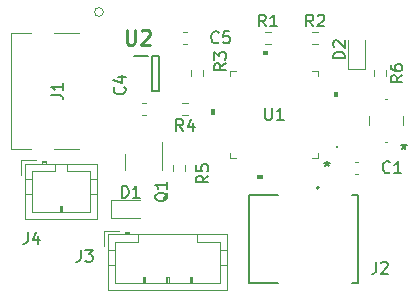
<source format=gbr>
%TF.GenerationSoftware,KiCad,Pcbnew,(6.0.7)*%
%TF.CreationDate,2022-09-26T20:50:42-04:00*%
%TF.ProjectId,STM32G4_USB_PD,53544d33-3247-4345-9f55-53425f50442e,rev?*%
%TF.SameCoordinates,Original*%
%TF.FileFunction,Legend,Top*%
%TF.FilePolarity,Positive*%
%FSLAX46Y46*%
G04 Gerber Fmt 4.6, Leading zero omitted, Abs format (unit mm)*
G04 Created by KiCad (PCBNEW (6.0.7)) date 2022-09-26 20:50:42*
%MOMM*%
%LPD*%
G01*
G04 APERTURE LIST*
%ADD10C,0.150000*%
%ADD11C,0.254000*%
%ADD12C,0.127000*%
%ADD13C,0.200000*%
%ADD14C,0.120000*%
%ADD15C,0.100000*%
G04 APERTURE END LIST*
D10*
%TO.C,J2*%
X117166666Y-88452380D02*
X117166666Y-89166666D01*
X117119047Y-89309523D01*
X117023809Y-89404761D01*
X116880952Y-89452380D01*
X116785714Y-89452380D01*
X117595238Y-88547619D02*
X117642857Y-88500000D01*
X117738095Y-88452380D01*
X117976190Y-88452380D01*
X118071428Y-88500000D01*
X118119047Y-88547619D01*
X118166666Y-88642857D01*
X118166666Y-88738095D01*
X118119047Y-88880952D01*
X117547619Y-89452380D01*
X118166666Y-89452380D01*
%TO.C,R3*%
X104452380Y-71666666D02*
X103976190Y-72000000D01*
X104452380Y-72238095D02*
X103452380Y-72238095D01*
X103452380Y-71857142D01*
X103500000Y-71761904D01*
X103547619Y-71714285D01*
X103642857Y-71666666D01*
X103785714Y-71666666D01*
X103880952Y-71714285D01*
X103928571Y-71761904D01*
X103976190Y-71857142D01*
X103976190Y-72238095D01*
X103452380Y-71333333D02*
X103452380Y-70714285D01*
X103833333Y-71047619D01*
X103833333Y-70904761D01*
X103880952Y-70809523D01*
X103928571Y-70761904D01*
X104023809Y-70714285D01*
X104261904Y-70714285D01*
X104357142Y-70761904D01*
X104404761Y-70809523D01*
X104452380Y-70904761D01*
X104452380Y-71190476D01*
X104404761Y-71285714D01*
X104357142Y-71333333D01*
%TO.C,R1*%
X107833333Y-68522380D02*
X107500000Y-68046190D01*
X107261904Y-68522380D02*
X107261904Y-67522380D01*
X107642857Y-67522380D01*
X107738095Y-67570000D01*
X107785714Y-67617619D01*
X107833333Y-67712857D01*
X107833333Y-67855714D01*
X107785714Y-67950952D01*
X107738095Y-67998571D01*
X107642857Y-68046190D01*
X107261904Y-68046190D01*
X108785714Y-68522380D02*
X108214285Y-68522380D01*
X108500000Y-68522380D02*
X108500000Y-67522380D01*
X108404761Y-67665238D01*
X108309523Y-67760476D01*
X108214285Y-67808095D01*
%TO.C,XTAL1*%
X119500000Y-78452380D02*
X119500000Y-78690476D01*
X119261904Y-78595238D02*
X119500000Y-78690476D01*
X119738095Y-78595238D01*
X119357142Y-78880952D02*
X119500000Y-78690476D01*
X119642857Y-78880952D01*
%TO.C,J1*%
X89661780Y-74333333D02*
X90376066Y-74333333D01*
X90518923Y-74380952D01*
X90614161Y-74476190D01*
X90661780Y-74619047D01*
X90661780Y-74714285D01*
X90661780Y-73333333D02*
X90661780Y-73904761D01*
X90661780Y-73619047D02*
X89661780Y-73619047D01*
X89804638Y-73714285D01*
X89899876Y-73809523D01*
X89947495Y-73904761D01*
%TO.C,D1*%
X95636904Y-83022380D02*
X95636904Y-82022380D01*
X95875000Y-82022380D01*
X96017857Y-82070000D01*
X96113095Y-82165238D01*
X96160714Y-82260476D01*
X96208333Y-82450952D01*
X96208333Y-82593809D01*
X96160714Y-82784285D01*
X96113095Y-82879523D01*
X96017857Y-82974761D01*
X95875000Y-83022380D01*
X95636904Y-83022380D01*
X97160714Y-83022380D02*
X96589285Y-83022380D01*
X96875000Y-83022380D02*
X96875000Y-82022380D01*
X96779761Y-82165238D01*
X96684523Y-82260476D01*
X96589285Y-82308095D01*
D11*
%TO.C,U2*%
X96032380Y-68804523D02*
X96032380Y-69832619D01*
X96092857Y-69953571D01*
X96153333Y-70014047D01*
X96274285Y-70074523D01*
X96516190Y-70074523D01*
X96637142Y-70014047D01*
X96697619Y-69953571D01*
X96758095Y-69832619D01*
X96758095Y-68804523D01*
X97302380Y-68925476D02*
X97362857Y-68865000D01*
X97483809Y-68804523D01*
X97786190Y-68804523D01*
X97907142Y-68865000D01*
X97967619Y-68925476D01*
X98028095Y-69046428D01*
X98028095Y-69167380D01*
X97967619Y-69348809D01*
X97241904Y-70074523D01*
X98028095Y-70074523D01*
D10*
%TO.C,C4*%
X95857142Y-73666666D02*
X95904761Y-73714285D01*
X95952380Y-73857142D01*
X95952380Y-73952380D01*
X95904761Y-74095238D01*
X95809523Y-74190476D01*
X95714285Y-74238095D01*
X95523809Y-74285714D01*
X95380952Y-74285714D01*
X95190476Y-74238095D01*
X95095238Y-74190476D01*
X95000000Y-74095238D01*
X94952380Y-73952380D01*
X94952380Y-73857142D01*
X95000000Y-73714285D01*
X95047619Y-73666666D01*
X95285714Y-72809523D02*
X95952380Y-72809523D01*
X94904761Y-73047619D02*
X95619047Y-73285714D01*
X95619047Y-72666666D01*
%TO.C,D2*%
X114522380Y-71238095D02*
X113522380Y-71238095D01*
X113522380Y-71000000D01*
X113570000Y-70857142D01*
X113665238Y-70761904D01*
X113760476Y-70714285D01*
X113950952Y-70666666D01*
X114093809Y-70666666D01*
X114284285Y-70714285D01*
X114379523Y-70761904D01*
X114474761Y-70857142D01*
X114522380Y-71000000D01*
X114522380Y-71238095D01*
X113617619Y-70285714D02*
X113570000Y-70238095D01*
X113522380Y-70142857D01*
X113522380Y-69904761D01*
X113570000Y-69809523D01*
X113617619Y-69761904D01*
X113712857Y-69714285D01*
X113808095Y-69714285D01*
X113950952Y-69761904D01*
X114522380Y-70333333D01*
X114522380Y-69714285D01*
%TO.C,R2*%
X111833333Y-68522380D02*
X111500000Y-68046190D01*
X111261904Y-68522380D02*
X111261904Y-67522380D01*
X111642857Y-67522380D01*
X111738095Y-67570000D01*
X111785714Y-67617619D01*
X111833333Y-67712857D01*
X111833333Y-67855714D01*
X111785714Y-67950952D01*
X111738095Y-67998571D01*
X111642857Y-68046190D01*
X111261904Y-68046190D01*
X112214285Y-67617619D02*
X112261904Y-67570000D01*
X112357142Y-67522380D01*
X112595238Y-67522380D01*
X112690476Y-67570000D01*
X112738095Y-67617619D01*
X112785714Y-67712857D01*
X112785714Y-67808095D01*
X112738095Y-67950952D01*
X112166666Y-68522380D01*
X112785714Y-68522380D01*
%TO.C,J4*%
X87666666Y-85952380D02*
X87666666Y-86666666D01*
X87619047Y-86809523D01*
X87523809Y-86904761D01*
X87380952Y-86952380D01*
X87285714Y-86952380D01*
X88571428Y-86285714D02*
X88571428Y-86952380D01*
X88333333Y-85904761D02*
X88095238Y-86619047D01*
X88714285Y-86619047D01*
%TO.C,U1*%
X107761895Y-75436580D02*
X107761895Y-76246104D01*
X107809514Y-76341342D01*
X107857133Y-76388961D01*
X107952371Y-76436580D01*
X108142847Y-76436580D01*
X108238085Y-76388961D01*
X108285704Y-76341342D01*
X108333323Y-76246104D01*
X108333323Y-75436580D01*
X109333323Y-76436580D02*
X108761895Y-76436580D01*
X109047609Y-76436580D02*
X109047609Y-75436580D01*
X108952371Y-75579438D01*
X108857133Y-75674676D01*
X108761895Y-75722295D01*
X113000000Y-79952380D02*
X113000000Y-80190476D01*
X112761904Y-80095238D02*
X113000000Y-80190476D01*
X113238095Y-80095238D01*
X112857142Y-80380952D02*
X113000000Y-80190476D01*
X113142857Y-80380952D01*
%TO.C,R4*%
X100833333Y-77382380D02*
X100500000Y-76906190D01*
X100261904Y-77382380D02*
X100261904Y-76382380D01*
X100642857Y-76382380D01*
X100738095Y-76430000D01*
X100785714Y-76477619D01*
X100833333Y-76572857D01*
X100833333Y-76715714D01*
X100785714Y-76810952D01*
X100738095Y-76858571D01*
X100642857Y-76906190D01*
X100261904Y-76906190D01*
X101690476Y-76715714D02*
X101690476Y-77382380D01*
X101452380Y-76334761D02*
X101214285Y-77049047D01*
X101833333Y-77049047D01*
%TO.C,C1*%
X118333333Y-80857142D02*
X118285714Y-80904761D01*
X118142857Y-80952380D01*
X118047619Y-80952380D01*
X117904761Y-80904761D01*
X117809523Y-80809523D01*
X117761904Y-80714285D01*
X117714285Y-80523809D01*
X117714285Y-80380952D01*
X117761904Y-80190476D01*
X117809523Y-80095238D01*
X117904761Y-80000000D01*
X118047619Y-79952380D01*
X118142857Y-79952380D01*
X118285714Y-80000000D01*
X118333333Y-80047619D01*
X119285714Y-80952380D02*
X118714285Y-80952380D01*
X119000000Y-80952380D02*
X119000000Y-79952380D01*
X118904761Y-80095238D01*
X118809523Y-80190476D01*
X118714285Y-80238095D01*
%TO.C,C5*%
X103833333Y-69857142D02*
X103785714Y-69904761D01*
X103642857Y-69952380D01*
X103547619Y-69952380D01*
X103404761Y-69904761D01*
X103309523Y-69809523D01*
X103261904Y-69714285D01*
X103214285Y-69523809D01*
X103214285Y-69380952D01*
X103261904Y-69190476D01*
X103309523Y-69095238D01*
X103404761Y-69000000D01*
X103547619Y-68952380D01*
X103642857Y-68952380D01*
X103785714Y-69000000D01*
X103833333Y-69047619D01*
X104738095Y-68952380D02*
X104261904Y-68952380D01*
X104214285Y-69428571D01*
X104261904Y-69380952D01*
X104357142Y-69333333D01*
X104595238Y-69333333D01*
X104690476Y-69380952D01*
X104738095Y-69428571D01*
X104785714Y-69523809D01*
X104785714Y-69761904D01*
X104738095Y-69857142D01*
X104690476Y-69904761D01*
X104595238Y-69952380D01*
X104357142Y-69952380D01*
X104261904Y-69904761D01*
X104214285Y-69857142D01*
%TO.C,R5*%
X102952380Y-81166666D02*
X102476190Y-81500000D01*
X102952380Y-81738095D02*
X101952380Y-81738095D01*
X101952380Y-81357142D01*
X102000000Y-81261904D01*
X102047619Y-81214285D01*
X102142857Y-81166666D01*
X102285714Y-81166666D01*
X102380952Y-81214285D01*
X102428571Y-81261904D01*
X102476190Y-81357142D01*
X102476190Y-81738095D01*
X101952380Y-80261904D02*
X101952380Y-80738095D01*
X102428571Y-80785714D01*
X102380952Y-80738095D01*
X102333333Y-80642857D01*
X102333333Y-80404761D01*
X102380952Y-80309523D01*
X102428571Y-80261904D01*
X102523809Y-80214285D01*
X102761904Y-80214285D01*
X102857142Y-80261904D01*
X102904761Y-80309523D01*
X102952380Y-80404761D01*
X102952380Y-80642857D01*
X102904761Y-80738095D01*
X102857142Y-80785714D01*
%TO.C,Q1*%
X99547619Y-82595238D02*
X99500000Y-82690476D01*
X99404761Y-82785714D01*
X99261904Y-82928571D01*
X99214285Y-83023809D01*
X99214285Y-83119047D01*
X99452380Y-83071428D02*
X99404761Y-83166666D01*
X99309523Y-83261904D01*
X99119047Y-83309523D01*
X98785714Y-83309523D01*
X98595238Y-83261904D01*
X98500000Y-83166666D01*
X98452380Y-83071428D01*
X98452380Y-82880952D01*
X98500000Y-82785714D01*
X98595238Y-82690476D01*
X98785714Y-82642857D01*
X99119047Y-82642857D01*
X99309523Y-82690476D01*
X99404761Y-82785714D01*
X99452380Y-82880952D01*
X99452380Y-83071428D01*
X99452380Y-81690476D02*
X99452380Y-82261904D01*
X99452380Y-81976190D02*
X98452380Y-81976190D01*
X98595238Y-82071428D01*
X98690476Y-82166666D01*
X98738095Y-82261904D01*
%TO.C,J3*%
X92166666Y-87452380D02*
X92166666Y-88166666D01*
X92119047Y-88309523D01*
X92023809Y-88404761D01*
X91880952Y-88452380D01*
X91785714Y-88452380D01*
X92547619Y-87452380D02*
X93166666Y-87452380D01*
X92833333Y-87833333D01*
X92976190Y-87833333D01*
X93071428Y-87880952D01*
X93119047Y-87928571D01*
X93166666Y-88023809D01*
X93166666Y-88261904D01*
X93119047Y-88357142D01*
X93071428Y-88404761D01*
X92976190Y-88452380D01*
X92690476Y-88452380D01*
X92595238Y-88404761D01*
X92547619Y-88357142D01*
%TO.C,R6*%
X119382380Y-72666666D02*
X118906190Y-73000000D01*
X119382380Y-73238095D02*
X118382380Y-73238095D01*
X118382380Y-72857142D01*
X118430000Y-72761904D01*
X118477619Y-72714285D01*
X118572857Y-72666666D01*
X118715714Y-72666666D01*
X118810952Y-72714285D01*
X118858571Y-72761904D01*
X118906190Y-72857142D01*
X118906190Y-73238095D01*
X118382380Y-71809523D02*
X118382380Y-72000000D01*
X118430000Y-72095238D01*
X118477619Y-72142857D01*
X118620476Y-72238095D01*
X118810952Y-72285714D01*
X119191904Y-72285714D01*
X119287142Y-72238095D01*
X119334761Y-72190476D01*
X119382380Y-72095238D01*
X119382380Y-71904761D01*
X119334761Y-71809523D01*
X119287142Y-71761904D01*
X119191904Y-71714285D01*
X118953809Y-71714285D01*
X118858571Y-71761904D01*
X118810952Y-71809523D01*
X118763333Y-71904761D01*
X118763333Y-72095238D01*
X118810952Y-72190476D01*
X118858571Y-72238095D01*
X118953809Y-72285714D01*
D12*
%TO.C,J2*%
X115085500Y-82772550D02*
X115635500Y-82772550D01*
X115635500Y-90227450D02*
X115085500Y-90227450D01*
X106364500Y-90227450D02*
X106364500Y-82772550D01*
X115635500Y-82772550D02*
X115635500Y-90227450D01*
X108819500Y-90227450D02*
X106364500Y-90227450D01*
X106364500Y-82772550D02*
X108819500Y-82772550D01*
D13*
X112318500Y-82182000D02*
G75*
G03*
X112318500Y-82182000I-100000J0D01*
G01*
D14*
%TO.C,R3*%
X102522500Y-72245276D02*
X102522500Y-72754724D01*
X101477500Y-72245276D02*
X101477500Y-72754724D01*
%TO.C,R1*%
X107745276Y-70022500D02*
X108254724Y-70022500D01*
X107745276Y-68977500D02*
X108254724Y-68977500D01*
%TO.C,XTAL1*%
X116526800Y-76144881D02*
X116526800Y-76855119D01*
X119473200Y-76855119D02*
X119473200Y-76144881D01*
X117897586Y-78328800D02*
X118102414Y-78328800D01*
X118102414Y-74671200D02*
X117897586Y-74671200D01*
%TO.C,J1*%
X89922574Y-78914900D02*
X91985426Y-78914900D01*
X86221600Y-78914900D02*
X87957826Y-78914900D01*
X91985426Y-69085100D02*
X89922574Y-69085100D01*
X87957826Y-69085100D02*
X86221600Y-69085100D01*
X86221600Y-69085100D02*
X86221600Y-78914900D01*
X94076200Y-67307100D02*
G75*
G03*
X94076200Y-67307100I-381000J0D01*
G01*
%TO.C,D1*%
X94715000Y-84735000D02*
X97175000Y-84735000D01*
X94715000Y-83265000D02*
X94715000Y-84735000D01*
X97175000Y-83265000D02*
X94715000Y-83265000D01*
D13*
%TO.C,U2*%
X98800000Y-73980000D02*
X98200000Y-73980000D01*
X96650000Y-71000000D02*
X97850000Y-71000000D01*
X98200000Y-71020000D02*
X98800000Y-71020000D01*
X98800000Y-71020000D02*
X98800000Y-73980000D01*
X98200000Y-73980000D02*
X98200000Y-71020000D01*
D14*
%TO.C,C4*%
X97353733Y-76010000D02*
X97646267Y-76010000D01*
X97353733Y-74990000D02*
X97646267Y-74990000D01*
%TO.C,D2*%
X114765000Y-69700000D02*
X114765000Y-72160000D01*
X114765000Y-72160000D02*
X116235000Y-72160000D01*
X116235000Y-72160000D02*
X116235000Y-69700000D01*
%TO.C,R2*%
X111745276Y-70022500D02*
X112254724Y-70022500D01*
X111745276Y-68977500D02*
X112254724Y-68977500D01*
%TO.C,J4*%
X88900000Y-79940000D02*
X88900000Y-80140000D01*
X87440000Y-82750000D02*
X88050000Y-82750000D01*
X87440000Y-84860000D02*
X93560000Y-84860000D01*
X93560000Y-82750000D02*
X92950000Y-82750000D01*
X87440000Y-81450000D02*
X88050000Y-81450000D01*
X93560000Y-84860000D02*
X93560000Y-80140000D01*
X90000000Y-80750000D02*
X88050000Y-80750000D01*
X90400000Y-84250000D02*
X90400000Y-83750000D01*
X89200000Y-80140000D02*
X89200000Y-79940000D01*
X90500000Y-84250000D02*
X90500000Y-83750000D01*
X92950000Y-84250000D02*
X92950000Y-80750000D01*
X87140000Y-79840000D02*
X87140000Y-81090000D01*
X87440000Y-80140000D02*
X87440000Y-84860000D01*
X90600000Y-83750000D02*
X90600000Y-84250000D01*
X90000000Y-80140000D02*
X90000000Y-80750000D01*
X90400000Y-83750000D02*
X90600000Y-83750000D01*
X88390000Y-79840000D02*
X87140000Y-79840000D01*
X91000000Y-80750000D02*
X91000000Y-80140000D01*
X93560000Y-80140000D02*
X87440000Y-80140000D01*
X93560000Y-81450000D02*
X92950000Y-81450000D01*
X89200000Y-79940000D02*
X88900000Y-79940000D01*
X88050000Y-84250000D02*
X92950000Y-84250000D01*
X88050000Y-80750000D02*
X88050000Y-84250000D01*
X92950000Y-80750000D02*
X91000000Y-80750000D01*
X89200000Y-80040000D02*
X88900000Y-80040000D01*
%TO.C,U1*%
G36*
X103422901Y-75924701D02*
G01*
X103168901Y-75924701D01*
X103168901Y-75543700D01*
X103422901Y-75543700D01*
X103422901Y-75924701D01*
G37*
D15*
X103422901Y-75924701D02*
X103168901Y-75924701D01*
X103168901Y-75543700D01*
X103422901Y-75543700D01*
X103422901Y-75924701D01*
G36*
X107964299Y-70883301D02*
G01*
X107583299Y-70883301D01*
X107583299Y-70629301D01*
X107964299Y-70629301D01*
X107964299Y-70883301D01*
G37*
X107964299Y-70883301D02*
X107583299Y-70883301D01*
X107583299Y-70629301D01*
X107964299Y-70629301D01*
X107964299Y-70883301D01*
G36*
X107464300Y-81339099D02*
G01*
X107083300Y-81339099D01*
X107083300Y-81085099D01*
X107464300Y-81085099D01*
X107464300Y-81339099D01*
G37*
X107464300Y-81339099D02*
X107083300Y-81339099D01*
X107083300Y-81085099D01*
X107464300Y-81085099D01*
X107464300Y-81339099D01*
G36*
X113878699Y-74424701D02*
G01*
X113624699Y-74424701D01*
X113624699Y-74043701D01*
X113878699Y-74043701D01*
X113878699Y-74424701D01*
G37*
X113878699Y-74424701D02*
X113624699Y-74424701D01*
X113624699Y-74043701D01*
X113878699Y-74043701D01*
X113878699Y-74424701D01*
D14*
X113950901Y-78734200D02*
G75*
G03*
X113950901Y-78734200I-76200J0D01*
G01*
X112244900Y-79705300D02*
X112244900Y-79219340D01*
X112244900Y-72263100D02*
X111758940Y-72263100D01*
X112244900Y-72749060D02*
X112244900Y-72263100D01*
X104802700Y-79705300D02*
X105288660Y-79705300D01*
X111758940Y-79705300D02*
X112244900Y-79705300D01*
X105288660Y-72263100D02*
X104802700Y-72263100D01*
X104802700Y-79219340D02*
X104802700Y-79705300D01*
X104802700Y-72263100D02*
X104802700Y-72749060D01*
%TO.C,R4*%
X101254724Y-76022500D02*
X100745276Y-76022500D01*
X101254724Y-74977500D02*
X100745276Y-74977500D01*
%TO.C,C1*%
X115353733Y-79990000D02*
X115646267Y-79990000D01*
X115353733Y-81010000D02*
X115646267Y-81010000D01*
%TO.C,C5*%
X101146267Y-70010000D02*
X100853733Y-70010000D01*
X101146267Y-68990000D02*
X100853733Y-68990000D01*
%TO.C,R5*%
X101022500Y-80245276D02*
X101022500Y-80754724D01*
X99977500Y-80245276D02*
X99977500Y-80754724D01*
%TO.C,Q1*%
X95940000Y-80000000D02*
X95940000Y-80650000D01*
X99060000Y-80000000D02*
X99060000Y-78325000D01*
X99060000Y-80000000D02*
X99060000Y-80650000D01*
X95940000Y-80000000D02*
X95940000Y-79350000D01*
%TO.C,J3*%
X94140000Y-85840000D02*
X94140000Y-87090000D01*
X99600000Y-89750000D02*
X99600000Y-90250000D01*
X103950000Y-86750000D02*
X102000000Y-86750000D01*
X96200000Y-85940000D02*
X95900000Y-85940000D01*
X99400000Y-90250000D02*
X99400000Y-89750000D01*
X97500000Y-90250000D02*
X97500000Y-89750000D01*
X96200000Y-86040000D02*
X95900000Y-86040000D01*
X95900000Y-85940000D02*
X95900000Y-86140000D01*
X99400000Y-89750000D02*
X99600000Y-89750000D01*
X101400000Y-90250000D02*
X101400000Y-89750000D01*
X102000000Y-86750000D02*
X102000000Y-86140000D01*
X104560000Y-86140000D02*
X94440000Y-86140000D01*
X96200000Y-86140000D02*
X96200000Y-85940000D01*
X104560000Y-87450000D02*
X103950000Y-87450000D01*
X95050000Y-90250000D02*
X103950000Y-90250000D01*
X95390000Y-85840000D02*
X94140000Y-85840000D01*
X103950000Y-90250000D02*
X103950000Y-86750000D01*
X97400000Y-90250000D02*
X97400000Y-89750000D01*
X104560000Y-88750000D02*
X103950000Y-88750000D01*
X94440000Y-86140000D02*
X94440000Y-90860000D01*
X97600000Y-89750000D02*
X97600000Y-90250000D01*
X94440000Y-87450000D02*
X95050000Y-87450000D01*
X99500000Y-90250000D02*
X99500000Y-89750000D01*
X94440000Y-88750000D02*
X95050000Y-88750000D01*
X97000000Y-86750000D02*
X95050000Y-86750000D01*
X97400000Y-89750000D02*
X97600000Y-89750000D01*
X101400000Y-89750000D02*
X101600000Y-89750000D01*
X97000000Y-86140000D02*
X97000000Y-86750000D01*
X101600000Y-89750000D02*
X101600000Y-90250000D01*
X104560000Y-90860000D02*
X104560000Y-86140000D01*
X95050000Y-86750000D02*
X95050000Y-90250000D01*
X94440000Y-90860000D02*
X104560000Y-90860000D01*
X101500000Y-90250000D02*
X101500000Y-89750000D01*
%TO.C,R6*%
X118022500Y-72245276D02*
X118022500Y-72754724D01*
X116977500Y-72245276D02*
X116977500Y-72754724D01*
%TD*%
M02*

</source>
